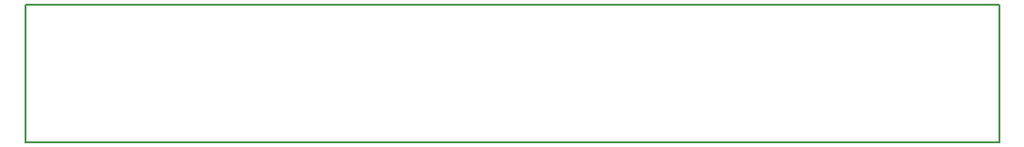
<source format=gbo>
G04 MADE WITH FRITZING*
G04 WWW.FRITZING.ORG*
G04 DOUBLE SIDED*
G04 HOLES PLATED*
G04 CONTOUR ON CENTER OF CONTOUR VECTOR*
%ASAXBY*%
%FSLAX23Y23*%
%MOIN*%
%OFA0B0*%
%SFA1.0B1.0*%
%ADD10R,3.442510X0.495311X3.426510X0.479311*%
%ADD11C,0.008000*%
%LNSILK0*%
G90*
G70*
G54D11*
X4Y491D02*
X3439Y491D01*
X3439Y4D01*
X4Y4D01*
X4Y491D01*
D02*
G04 End of Silk0*
M02*
</source>
